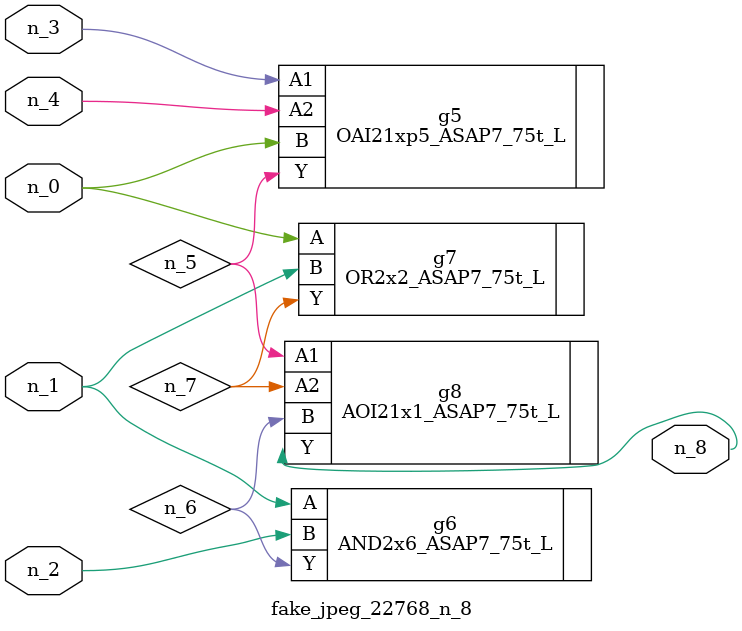
<source format=v>
module fake_jpeg_22768_n_8 (n_3, n_2, n_1, n_0, n_4, n_8);

input n_3;
input n_2;
input n_1;
input n_0;
input n_4;

output n_8;

wire n_6;
wire n_5;
wire n_7;

OAI21xp5_ASAP7_75t_L g5 ( 
.A1(n_3),
.A2(n_4),
.B(n_0),
.Y(n_5)
);

AND2x6_ASAP7_75t_L g6 ( 
.A(n_1),
.B(n_2),
.Y(n_6)
);

OR2x2_ASAP7_75t_L g7 ( 
.A(n_0),
.B(n_1),
.Y(n_7)
);

AOI21x1_ASAP7_75t_L g8 ( 
.A1(n_5),
.A2(n_7),
.B(n_6),
.Y(n_8)
);


endmodule
</source>
